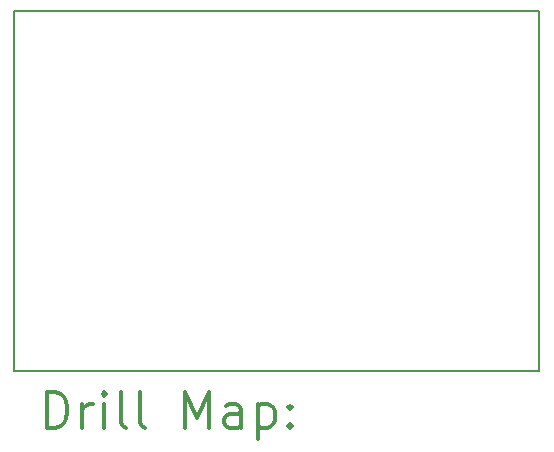
<source format=gbr>
%FSLAX45Y45*%
G04 Gerber Fmt 4.5, Leading zero omitted, Abs format (unit mm)*
G04 Created by KiCad (PCBNEW (5.0.0)) date 05/04/19 10:54:32*
%MOMM*%
%LPD*%
G01*
G04 APERTURE LIST*
%ADD10C,0.200000*%
%ADD11C,0.150000*%
%ADD12C,0.300000*%
G04 APERTURE END LIST*
D10*
X9398000Y-6985000D02*
X13843000Y-6985000D01*
D11*
X9398000Y-3937000D02*
X13843000Y-3937000D01*
D10*
X13843000Y-6985000D02*
X13843000Y-3937000D01*
X9398000Y-3937000D02*
X9398000Y-6985000D01*
D10*
D12*
X9674428Y-7460714D02*
X9674428Y-7160714D01*
X9745857Y-7160714D01*
X9788714Y-7175000D01*
X9817286Y-7203571D01*
X9831571Y-7232143D01*
X9845857Y-7289286D01*
X9845857Y-7332143D01*
X9831571Y-7389286D01*
X9817286Y-7417857D01*
X9788714Y-7446429D01*
X9745857Y-7460714D01*
X9674428Y-7460714D01*
X9974428Y-7460714D02*
X9974428Y-7260714D01*
X9974428Y-7317857D02*
X9988714Y-7289286D01*
X10003000Y-7275000D01*
X10031571Y-7260714D01*
X10060143Y-7260714D01*
X10160143Y-7460714D02*
X10160143Y-7260714D01*
X10160143Y-7160714D02*
X10145857Y-7175000D01*
X10160143Y-7189286D01*
X10174428Y-7175000D01*
X10160143Y-7160714D01*
X10160143Y-7189286D01*
X10345857Y-7460714D02*
X10317286Y-7446429D01*
X10303000Y-7417857D01*
X10303000Y-7160714D01*
X10503000Y-7460714D02*
X10474428Y-7446429D01*
X10460143Y-7417857D01*
X10460143Y-7160714D01*
X10845857Y-7460714D02*
X10845857Y-7160714D01*
X10945857Y-7375000D01*
X11045857Y-7160714D01*
X11045857Y-7460714D01*
X11317286Y-7460714D02*
X11317286Y-7303571D01*
X11303000Y-7275000D01*
X11274428Y-7260714D01*
X11217286Y-7260714D01*
X11188714Y-7275000D01*
X11317286Y-7446429D02*
X11288714Y-7460714D01*
X11217286Y-7460714D01*
X11188714Y-7446429D01*
X11174428Y-7417857D01*
X11174428Y-7389286D01*
X11188714Y-7360714D01*
X11217286Y-7346429D01*
X11288714Y-7346429D01*
X11317286Y-7332143D01*
X11460143Y-7260714D02*
X11460143Y-7560714D01*
X11460143Y-7275000D02*
X11488714Y-7260714D01*
X11545857Y-7260714D01*
X11574428Y-7275000D01*
X11588714Y-7289286D01*
X11603000Y-7317857D01*
X11603000Y-7403571D01*
X11588714Y-7432143D01*
X11574428Y-7446429D01*
X11545857Y-7460714D01*
X11488714Y-7460714D01*
X11460143Y-7446429D01*
X11731571Y-7432143D02*
X11745857Y-7446429D01*
X11731571Y-7460714D01*
X11717286Y-7446429D01*
X11731571Y-7432143D01*
X11731571Y-7460714D01*
X11731571Y-7275000D02*
X11745857Y-7289286D01*
X11731571Y-7303571D01*
X11717286Y-7289286D01*
X11731571Y-7275000D01*
X11731571Y-7303571D01*
M02*

</source>
